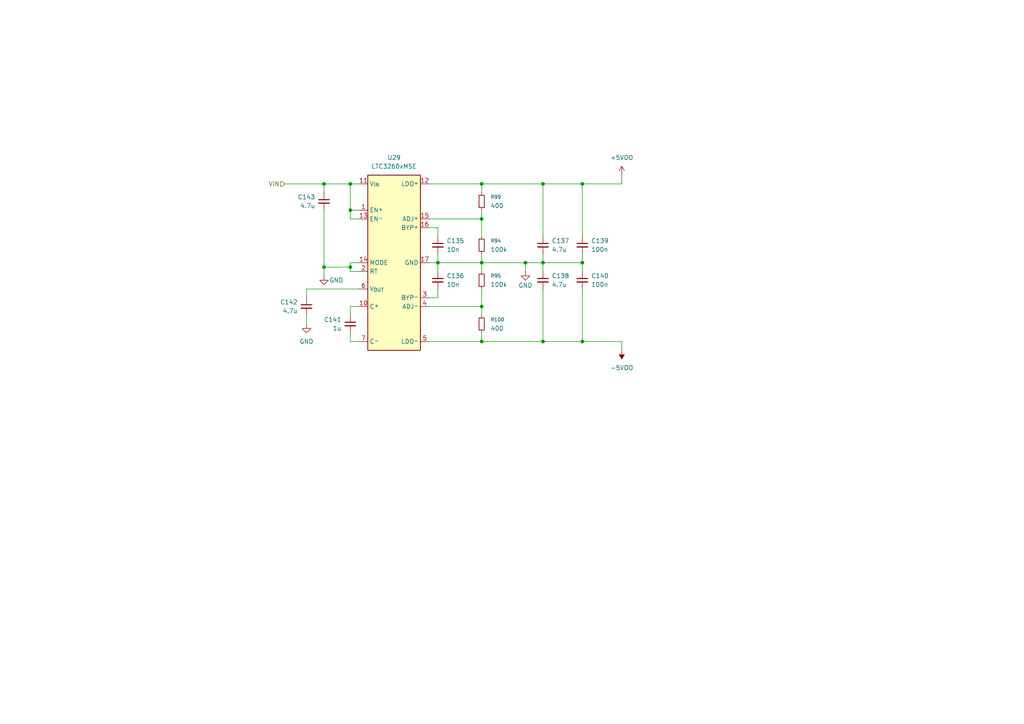
<source format=kicad_sch>
(kicad_sch (version 20250114) (generator "eeschema") (generator_version "9.0")
  (paper "A4")
  (lib_symbols
    (symbol "Device:C_Small" (pin_numbers (hide yes)) (pin_names (offset 0.254) (hide yes))
      (property "Reference" "C" (at 0.254 1.778 0))
      (property "Value" "C_Small" (at 0.254 -2.032 0))
      (symbol "C_Small_0_1"
        (polyline (pts (xy -1.524 0.508) (xy 1.524 0.508)) (stroke (width 0.3048)))
        (polyline (pts (xy -1.524 -0.508) (xy 1.524 -0.508)) (stroke (width 0.3302)))
      )
      (symbol "C_Small_1_1"
        (pin passive line (at 0 2.54 270) (length 2.032) (name "~") (number "1"))
        (pin passive line (at 0 -2.54 90) (length 2.032) (name "~") (number "2"))
      )
    )
    (symbol "Device:R_Small" (pin_numbers (hide yes)) (pin_names (offset 0.254) (hide yes))
      (property "Reference" "R" (at 0 0 90))
      (property "Value" "R_Small" (at 1.778 0 90))
      (symbol "R_Small_0_1"
        (rectangle (start -0.762 1.778) (end 0.762 -1.778) (stroke (width 0.2032)))
      )
      (symbol "R_Small_1_1"
        (pin passive line (at 0 2.54 270) (length 0.762) (name "~") (number "1"))
        (pin passive line (at 0 -2.54 90) (length 0.762) (name "~") (number "2"))
      )
    )
    (symbol "Regulator_SwitchedCapacitor:LTC3260xMSE"
      (property "Reference" "U" (at 0 29.718 0))
      (property "Value" "LTC3260xMSE" (at 0.254 26.924 0))
      (symbol "LTC3260xMSE_1_1"
        (rectangle (start -7.62 25.4) (end 7.62 -25.4) (stroke (width 0.254)) (fill (type background)))
        (pin power_in line (at -10.16 22.86 0) (length 2.54) (name "V_{IN}") (number "11"))
        (pin input line (at -10.16 15.24 0) (length 2.54) (name "EN^{+}") (number "1"))
        (pin input line (at -10.16 12.7 0) (length 2.54) (name "EN^{-}") (number "13"))
        (pin input line (at -10.16 0 0) (length 2.54) (name "MODE") (number "14"))
        (pin input line (at -10.16 -2.54 0) (length 2.54) (name "RT") (number "2"))
        (pin passive line (at -10.16 -7.62 0) (length 2.54) (name "V_{OUT}") (number "6"))
        (pin passive line (at -10.16 -12.7 0) (length 2.54) (name "C^{+}") (number "10"))
        (pin passive line (at -10.16 -22.86 0) (length 2.54) (name "C^{-}") (number "7"))
        (pin no_connect line (at -2.54 -25.4 90) (length 2.54) (hide yes) (name "NC") (number "8"))
        (pin no_connect line (at 0 -25.4 90) (length 2.54) (hide yes) (name "NC") (number "9"))
        (pin power_out line (at 10.16 22.86 180) (length 2.54) (name "LDO^{+}") (number "12"))
        (pin input line (at 10.16 12.7 180) (length 2.54) (name "ADJ^{+}") (number "15"))
        (pin passive line (at 10.16 10.16 180) (length 2.54) (name "BYP^{+}") (number "16"))
        (pin power_in line (at 10.16 0 180) (length 2.54) (name "GND") (number "17"))
        (pin passive line (at 10.16 -10.16 180) (length 2.54) (name "BYP^{-}") (number "3"))
        (pin input line (at 10.16 -12.7 180) (length 2.54) (name "ADJ^{-}") (number "4"))
        (pin power_out line (at 10.16 -22.86 180) (length 2.54) (name "LDO^{-}") (number "5"))
      )
    )
    (symbol "power:+5V" (power) (pin_numbers (hide yes)) (pin_names (offset 0) (hide yes))
      (property "Value" "+5V" (at 0 3.556 0))
      (symbol "+5V_0_1"
        (polyline (pts (xy -0.762 1.27) (xy 0 2.54)))
        (polyline (pts (xy 0 2.54) (xy 0.762 1.27)))
        (polyline (pts (xy 0 0) (xy 0 2.54)))
      )
      (symbol "+5V_1_1"
        (pin power_in line (at 0 0 90) (length 0) (name "~") (number "1"))
      )
    )
    (symbol "power:-5V" (power) (pin_numbers (hide yes)) (pin_names (offset 0) (hide yes))
      (property "Value" "-5V" (at 0 3.556 0))
      (symbol "-5V_0_0"
        (pin power_in line (at 0 0 90) (length 0) (name "~") (number "1"))
      )
      (symbol "-5V_0_1"
        (polyline (pts (xy 0 0) (xy 0 1.27) (xy 0.762 1.27) (xy 0 2.54) (xy -0.762 1.27) (xy 0 1.27)) (fill (type outline)))
      )
    )
    (symbol "power:GND" (power) (pin_numbers (hide yes)) (pin_names (offset 0) (hide yes))
      (property "Value" "GND" (at 0 -3.81 0))
      (symbol "GND_0_1"
        (polyline (pts (xy 0 0) (xy 0 -1.27) (xy 1.27 -1.27) (xy 0 -2.54) (xy -1.27 -1.27) (xy 0 -1.27)))
      )
      (symbol "GND_1_1"
        (pin power_in line (at 0 0 270) (length 0) (name "~") (number "1"))
      )
    )
  )
  (junction (at 168.91 99.06))
  (junction (at 157.48 76.2))
  (junction (at 139.7 88.9))
  (junction (at 139.7 53.34))
  (junction (at 168.91 76.2))
  (junction (at 93.98 53.34))
  (junction (at 168.91 53.34))
  (junction (at 127 76.2))
  (junction (at 93.98 77.47))
  (junction (at 139.7 76.2))
  (junction (at 139.7 99.06))
  (junction (at 101.6 53.34))
  (junction (at 157.48 99.06))
  (junction (at 152.4 76.2))
  (junction (at 101.6 60.96))
  (junction (at 139.7 63.5))
  (junction (at 157.48 53.34))
  (junction (at 101.6 77.47))
  (wire (pts (xy 139.7 63.5) (xy 139.7 68.58)))
  (wire (pts (xy 157.48 76.2) (xy 157.48 78.74)))
  (wire (pts (xy 139.7 76.2) (xy 152.4 76.2)))
  (wire (pts (xy 157.48 99.06) (xy 168.91 99.06)))
  (wire (pts (xy 101.6 63.5) (xy 101.6 60.96)))
  (wire (pts (xy 180.34 50.8) (xy 180.34 53.34)))
  (wire (pts (xy 124.46 88.9) (xy 139.7 88.9)))
  (wire (pts (xy 139.7 83.82) (xy 139.7 88.9)))
  (wire (pts (xy 124.46 53.34) (xy 139.7 53.34)))
  (wire (pts (xy 93.98 60.96) (xy 93.98 77.47)))
  (wire (pts (xy 168.91 73.66) (xy 168.91 76.2)))
  (wire (pts (xy 168.91 68.58) (xy 168.91 53.34)))
  (wire (pts (xy 88.9 91.44) (xy 88.9 93.98)))
  (wire (pts (xy 152.4 76.2) (xy 152.4 78.74)))
  (wire (pts (xy 93.98 77.47) (xy 93.98 80.01)))
  (wire (pts (xy 82.55 53.34) (xy 93.98 53.34)))
  (wire (pts (xy 139.7 60.96) (xy 139.7 63.5)))
  (wire (pts (xy 127 76.2) (xy 139.7 76.2)))
  (wire (pts (xy 168.91 53.34) (xy 157.48 53.34)))
  (wire (pts (xy 139.7 96.52) (xy 139.7 99.06)))
  (wire (pts (xy 101.6 53.34) (xy 104.14 53.34)))
  (wire (pts (xy 93.98 53.34) (xy 101.6 53.34)))
  (wire (pts (xy 127 66.04) (xy 124.46 66.04)))
  (wire (pts (xy 104.14 83.82) (xy 88.9 83.82)))
  (wire (pts (xy 168.91 53.34) (xy 180.34 53.34)))
  (wire (pts (xy 127 73.66) (xy 127 76.2)))
  (wire (pts (xy 180.34 99.06) (xy 180.34 101.6)))
  (wire (pts (xy 93.98 55.88) (xy 93.98 53.34)))
  (wire (pts (xy 139.7 88.9) (xy 139.7 91.44)))
  (wire (pts (xy 101.6 60.96) (xy 101.6 53.34)))
  (wire (pts (xy 101.6 99.06) (xy 101.6 96.52)))
  (wire (pts (xy 104.14 99.06) (xy 101.6 99.06)))
  (wire (pts (xy 101.6 88.9) (xy 104.14 88.9)))
  (wire (pts (xy 124.46 99.06) (xy 139.7 99.06)))
  (wire (pts (xy 157.48 68.58) (xy 157.48 53.34)))
  (wire (pts (xy 101.6 77.47) (xy 101.6 78.74)))
  (wire (pts (xy 157.48 83.82) (xy 157.48 99.06)))
  (wire (pts (xy 101.6 78.74) (xy 104.14 78.74)))
  (wire (pts (xy 101.6 91.44) (xy 101.6 88.9)))
  (wire (pts (xy 104.14 63.5) (xy 101.6 63.5)))
  (wire (pts (xy 168.91 76.2) (xy 157.48 76.2)))
  (wire (pts (xy 168.91 99.06) (xy 180.34 99.06)))
  (wire (pts (xy 88.9 83.82) (xy 88.9 86.36)))
  (wire (pts (xy 139.7 73.66) (xy 139.7 76.2)))
  (wire (pts (xy 139.7 53.34) (xy 157.48 53.34)))
  (wire (pts (xy 101.6 76.2) (xy 101.6 77.47)))
  (wire (pts (xy 152.4 76.2) (xy 157.48 76.2)))
  (wire (pts (xy 127 76.2) (xy 124.46 76.2)))
  (wire (pts (xy 104.14 60.96) (xy 101.6 60.96)))
  (wire (pts (xy 104.14 76.2) (xy 101.6 76.2)))
  (wire (pts (xy 127 68.58) (xy 127 66.04)))
  (wire (pts (xy 124.46 63.5) (xy 139.7 63.5)))
  (wire (pts (xy 168.91 99.06) (xy 168.91 83.82)))
  (wire (pts (xy 93.98 77.47) (xy 101.6 77.47)))
  (wire (pts (xy 127 86.36) (xy 124.46 86.36)))
  (wire (pts (xy 139.7 99.06) (xy 157.48 99.06)))
  (wire (pts (xy 139.7 76.2) (xy 139.7 78.74)))
  (wire (pts (xy 139.7 53.34) (xy 139.7 55.88)))
  (wire (pts (xy 127 78.74) (xy 127 76.2)))
  (wire (pts (xy 157.48 73.66) (xy 157.48 76.2)))
  (wire (pts (xy 168.91 76.2) (xy 168.91 78.74)))
  (wire (pts (xy 127 83.82) (xy 127 86.36)))
  (hierarchical_label "VIN" (shape input) (at 82.55 53.34 180))
  (symbol (lib_id "Device:R_Small") (at 139.7 71.12 0) (unit 1)
    (property "Reference" "R94" (at 142.24 69.8499 0) (effects (font (size 1.016 1.016)) (justify left)))
    (property "Value" "100k" (at 142.24 72.3899 0) (effects (justify left)))
    (property "Description" "Resistor, small symbol" (effects (hide yes)))
  )
  (symbol (lib_id "power:+5V") (at 180.34 50.8 0) (unit 1)
    (property "Reference" "#PWR0144" (effects (hide yes)))
    (property "Value" "+5VOO" (at 180.34 45.72 0))
    (property "Description" "Power symbol creates a global label with name \"+5V\"" (effects (hide yes)))
  )
  (symbol (lib_id "power:GND") (at 152.4 78.74 0) (unit 1)
    (property "Reference" "#PWR0141" (effects (hide yes)))
    (property "Value" "GND" (at 152.4 82.804 0))
    (property "Description" "Power symbol creates a global label with name \"GND\" , ground" (effects (hide yes)))
  )
  (symbol (lib_id "Device:R_Small") (at 139.7 93.98 0) (unit 1)
    (property "Reference" "R100" (at 142.24 92.7099 0) (effects (font (size 1.016 1.016)) (justify left)))
    (property "Value" "400" (at 142.24 95.2499 0) (effects (justify left)))
    (property "Description" "Resistor, small symbol" (effects (hide yes)))
  )
  (symbol (lib_id "power:GND") (at 88.9 93.98 0) (unit 1)
    (property "Reference" "#PWR0149" (effects (hide yes)))
    (property "Value" "GND" (at 88.9 99.06 0))
    (property "Description" "Power symbol creates a global label with name \"GND\" , ground" (effects (hide yes)))
  )
  (symbol (lib_id "Device:C_Small") (at 88.9 88.9 0) (unit 1)
    (property "Reference" "C142" (at 86.36 87.6362 0) (effects (justify right)))
    (property "Value" "4.7u" (at 86.36 90.1762 0) (effects (justify right)))
    (property "Description" "Unpolarized capacitor, small symbol" (effects (hide yes)))
  )
  (symbol (lib_id "power:GND") (at 93.98 80.01 0) (unit 1)
    (property "Reference" "#PWR0150" (effects (hide yes)))
    (property "Value" "GND" (at 97.536 81.28 0))
    (property "Description" "Power symbol creates a global label with name \"GND\" , ground" (effects (hide yes)))
  )
  (symbol (lib_id "Device:C_Small") (at 93.98 58.42 0) (unit 1)
    (property "Reference" "C143" (at 91.44 57.1562 0) (effects (justify right)))
    (property "Value" "4.7u" (at 91.44 59.6962 0) (effects (justify right)))
    (property "Description" "Unpolarized capacitor, small symbol" (effects (hide yes)))
  )
  (symbol (lib_id "Device:C_Small") (at 157.48 81.28 0) (unit 1)
    (property "Reference" "C138" (at 160.02 80.0162 0) (effects (justify left)))
    (property "Value" "4.7u" (at 160.02 82.5562 0) (effects (justify left)))
    (property "Description" "Unpolarized capacitor, small symbol" (effects (hide yes)))
  )
  (symbol (lib_id "Device:R_Small") (at 139.7 81.28 0) (unit 1)
    (property "Reference" "R95" (at 142.24 80.0099 0) (effects (font (size 1.016 1.016)) (justify left)))
    (property "Value" "100k" (at 142.24 82.5499 0) (effects (justify left)))
    (property "Description" "Resistor, small symbol" (effects (hide yes)))
  )
  (symbol (lib_id "Device:C_Small") (at 101.6 93.98 0) (unit 1)
    (property "Reference" "C141" (at 99.06 92.7162 0) (effects (justify right)))
    (property "Value" "1u" (at 99.06 95.2562 0) (effects (justify right)))
    (property "Description" "Unpolarized capacitor, small symbol" (effects (hide yes)))
  )
  (symbol (lib_id "Device:C_Small") (at 168.91 71.12 0) (unit 1)
    (property "Reference" "C139" (at 171.45 69.8562 0) (effects (justify left)))
    (property "Value" "100n" (at 171.45 72.3962 0) (effects (justify left)))
    (property "Description" "Unpolarized capacitor, small symbol" (effects (hide yes)))
  )
  (symbol (lib_id "Regulator_SwitchedCapacitor:LTC3260xMSE") (at 114.3 76.2 0) (unit 1)
    (property "Reference" "U29" (at 114.3 45.72 0))
    (property "Value" "LTC3260xMSE" (at 114.3 48.26 0))
    (property "Footprint" "Package_SO:MSOP-16-1EP_3x4.039mm_P0.5mm_EP1.651x2.845mm" (effects (hide yes)))
    (property "Datasheet" "https://www.analog.com/media/en/technical-documentation/data-sheets/ltc3260.pdf" (effects (hide yes)))
    (property "Description" "Low Noise Dual Supply Inverting Charge Pump with both positive and negative LDO regulators, V_{IN} range 4.5V to 32V, 50 mA LDO output current, MSOP-16" (effects (hide yes)))
  )
  (symbol (lib_id "Device:C_Small") (at 127 71.12 0) (unit 1)
    (property "Reference" "C135" (at 129.54 69.8562 0) (effects (justify left)))
    (property "Value" "10n" (at 129.54 72.3962 0) (effects (justify left)))
    (property "Description" "Unpolarized capacitor, small symbol" (effects (hide yes)))
  )
  (symbol (lib_id "Device:C_Small") (at 157.48 71.12 0) (unit 1)
    (property "Reference" "C137" (at 160.02 69.8562 0) (effects (justify left)))
    (property "Value" "4.7u" (at 160.02 72.3962 0) (effects (justify left)))
    (property "Description" "Unpolarized capacitor, small symbol" (effects (hide yes)))
  )
  (symbol (lib_id "power:-5V") (at 180.34 101.6 180) (unit 1)
    (property "Reference" "#PWR0145" (effects (hide yes)))
    (property "Value" "-5VOO" (at 180.34 106.68 0))
    (property "Description" "Power symbol creates a global label with name \"-5V\"" (effects (hide yes)))
  )
  (symbol (lib_id "Device:C_Small") (at 168.91 81.28 0) (unit 1)
    (property "Reference" "C140" (at 171.45 80.0162 0) (effects (justify left)))
    (property "Value" "100n" (at 171.45 82.5562 0) (effects (justify left)))
    (property "Description" "Unpolarized capacitor, small symbol" (effects (hide yes)))
  )
  (symbol (lib_id "Device:R_Small") (at 139.7 58.42 0) (unit 1)
    (property "Reference" "R99" (at 142.24 57.1499 0) (effects (font (size 1.016 1.016)) (justify left)))
    (property "Value" "400" (at 142.24 59.6899 0) (effects (justify left)))
    (property "Description" "Resistor, small symbol" (effects (hide yes)))
  )
  (symbol (lib_id "Device:C_Small") (at 127 81.28 0) (unit 1)
    (property "Reference" "C136" (at 129.54 80.0162 0) (effects (justify left)))
    (property "Value" "10n" (at 129.54 82.5562 0) (effects (justify left)))
    (property "Description" "Unpolarized capacitor, small symbol" (effects (hide yes)))
  )
)
</source>
